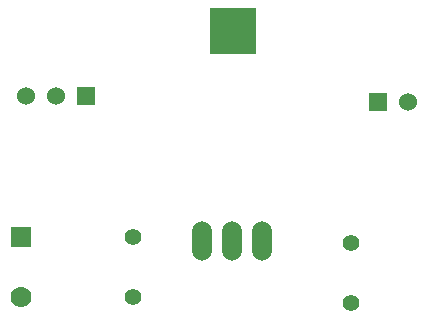
<source format=gts>
%FSLAX34Y34*%
G04 Gerber Fmt 3.4, Leading zero omitted, Abs format*
G04 (created by PCBNEW (2014-02-26 BZR 4721)-product) date Monday, 26 January 2015 19:07:00*
%MOIN*%
G01*
G70*
G90*
G04 APERTURE LIST*
%ADD10C,0.005906*%
%ADD11C,0.055000*%
%ADD12R,0.060000X0.060000*%
%ADD13C,0.060000*%
%ADD14O,0.066000X0.132000*%
%ADD15R,0.070000X0.070000*%
%ADD16C,0.070000*%
%ADD17R,0.157480X0.157480*%
G04 APERTURE END LIST*
G54D10*
G54D11*
X68503Y-48606D03*
X68503Y-50606D03*
X75787Y-48803D03*
X75787Y-50803D03*
G54D12*
X76665Y-44094D03*
G54D13*
X77665Y-44094D03*
G54D14*
X70792Y-48729D03*
X71792Y-48729D03*
X72792Y-48729D03*
G54D15*
X64763Y-48606D03*
G54D16*
X64763Y-50606D03*
G54D12*
X66944Y-43897D03*
G54D13*
X65944Y-43897D03*
X64944Y-43897D03*
G54D17*
X71850Y-41732D03*
M02*

</source>
